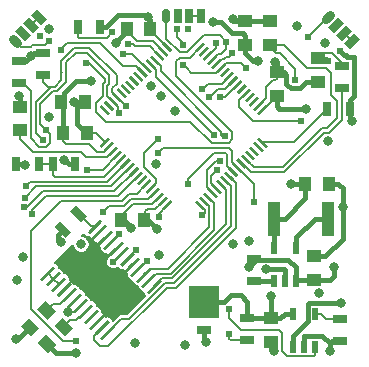
<source format=gbr>
G04 #@! TF.FileFunction,Copper,L4,Bot,Signal*
%FSLAX46Y46*%
G04 Gerber Fmt 4.6, Leading zero omitted, Abs format (unit mm)*
G04 Created by KiCad (PCBNEW (2014-12-04 BZR 5312)-product) date St 22. apríl 2015, 11:14:28 CEST*
%MOMM*%
G01*
G04 APERTURE LIST*
%ADD10C,0.100000*%
%ADD11R,1.300000X0.700000*%
%ADD12R,0.700000X1.300000*%
%ADD13R,0.500000X1.000000*%
%ADD14R,1.000000X3.000000*%
%ADD15R,1.250000X1.000000*%
%ADD16R,1.000000X1.250000*%
%ADD17C,0.250000*%
%ADD18C,0.720000*%
%ADD19O,0.720000X1.200000*%
%ADD20R,0.720000X1.200000*%
%ADD21R,2.540000X2.670000*%
%ADD22R,1.270000X0.762000*%
%ADD23C,0.609600*%
%ADD24C,0.812800*%
%ADD25C,0.203200*%
%ADD26C,0.406400*%
G04 APERTURE END LIST*
D10*
G36*
X233644101Y-76584023D02*
X233467324Y-76760800D01*
X232760217Y-76053693D01*
X232936994Y-75876916D01*
X233644101Y-76584023D01*
X233644101Y-76584023D01*
G37*
G36*
X233290548Y-76937577D02*
X233113771Y-77114354D01*
X232406664Y-76407247D01*
X232583441Y-76230470D01*
X233290548Y-76937577D01*
X233290548Y-76937577D01*
G37*
G36*
X232936994Y-77291130D02*
X232760217Y-77467907D01*
X232053110Y-76760800D01*
X232229887Y-76584023D01*
X232936994Y-77291130D01*
X232936994Y-77291130D01*
G37*
G36*
X232583441Y-77644683D02*
X232406664Y-77821460D01*
X231699557Y-77114353D01*
X231876334Y-76937576D01*
X232583441Y-77644683D01*
X232583441Y-77644683D01*
G37*
G36*
X232229888Y-77998237D02*
X232053111Y-78175014D01*
X231346004Y-77467907D01*
X231522781Y-77291130D01*
X232229888Y-77998237D01*
X232229888Y-77998237D01*
G37*
G36*
X231876334Y-78351790D02*
X231699557Y-78528567D01*
X230992450Y-77821460D01*
X231169227Y-77644683D01*
X231876334Y-78351790D01*
X231876334Y-78351790D01*
G37*
G36*
X231522781Y-78705344D02*
X231346004Y-78882121D01*
X230638897Y-78175014D01*
X230815674Y-77998237D01*
X231522781Y-78705344D01*
X231522781Y-78705344D01*
G37*
G36*
X231169227Y-79058897D02*
X230992450Y-79235674D01*
X230285343Y-78528567D01*
X230462120Y-78351790D01*
X231169227Y-79058897D01*
X231169227Y-79058897D01*
G37*
G36*
X230815674Y-79412450D02*
X230638897Y-79589227D01*
X229931790Y-78882120D01*
X230108567Y-78705343D01*
X230815674Y-79412450D01*
X230815674Y-79412450D01*
G37*
G36*
X230462121Y-79766004D02*
X230285344Y-79942781D01*
X229578237Y-79235674D01*
X229755014Y-79058897D01*
X230462121Y-79766004D01*
X230462121Y-79766004D01*
G37*
G36*
X230108567Y-80119557D02*
X229931790Y-80296334D01*
X229224683Y-79589227D01*
X229401460Y-79412450D01*
X230108567Y-80119557D01*
X230108567Y-80119557D01*
G37*
G36*
X229755014Y-80473111D02*
X229578237Y-80649888D01*
X228871130Y-79942781D01*
X229047907Y-79766004D01*
X229755014Y-80473111D01*
X229755014Y-80473111D01*
G37*
G36*
X229401460Y-80826664D02*
X229224683Y-81003441D01*
X228517576Y-80296334D01*
X228694353Y-80119557D01*
X229401460Y-80826664D01*
X229401460Y-80826664D01*
G37*
G36*
X229047907Y-81180217D02*
X228871130Y-81356994D01*
X228164023Y-80649887D01*
X228340800Y-80473110D01*
X229047907Y-81180217D01*
X229047907Y-81180217D01*
G37*
G36*
X228694354Y-81533771D02*
X228517577Y-81710548D01*
X227810470Y-81003441D01*
X227987247Y-80826664D01*
X228694354Y-81533771D01*
X228694354Y-81533771D01*
G37*
G36*
X228340800Y-81887324D02*
X228164023Y-82064101D01*
X227456916Y-81356994D01*
X227633693Y-81180217D01*
X228340800Y-81887324D01*
X228340800Y-81887324D01*
G37*
G36*
X224875977Y-82064101D02*
X224699200Y-81887324D01*
X225406307Y-81180217D01*
X225583084Y-81356994D01*
X224875977Y-82064101D01*
X224875977Y-82064101D01*
G37*
G36*
X224522423Y-81710548D02*
X224345646Y-81533771D01*
X225052753Y-80826664D01*
X225229530Y-81003441D01*
X224522423Y-81710548D01*
X224522423Y-81710548D01*
G37*
G36*
X224168870Y-81356994D02*
X223992093Y-81180217D01*
X224699200Y-80473110D01*
X224875977Y-80649887D01*
X224168870Y-81356994D01*
X224168870Y-81356994D01*
G37*
G36*
X223815317Y-81003441D02*
X223638540Y-80826664D01*
X224345647Y-80119557D01*
X224522424Y-80296334D01*
X223815317Y-81003441D01*
X223815317Y-81003441D01*
G37*
G36*
X223461763Y-80649888D02*
X223284986Y-80473111D01*
X223992093Y-79766004D01*
X224168870Y-79942781D01*
X223461763Y-80649888D01*
X223461763Y-80649888D01*
G37*
G36*
X223108210Y-80296334D02*
X222931433Y-80119557D01*
X223638540Y-79412450D01*
X223815317Y-79589227D01*
X223108210Y-80296334D01*
X223108210Y-80296334D01*
G37*
G36*
X222754656Y-79942781D02*
X222577879Y-79766004D01*
X223284986Y-79058897D01*
X223461763Y-79235674D01*
X222754656Y-79942781D01*
X222754656Y-79942781D01*
G37*
G36*
X222401103Y-79589227D02*
X222224326Y-79412450D01*
X222931433Y-78705343D01*
X223108210Y-78882120D01*
X222401103Y-79589227D01*
X222401103Y-79589227D01*
G37*
G36*
X222047550Y-79235674D02*
X221870773Y-79058897D01*
X222577880Y-78351790D01*
X222754657Y-78528567D01*
X222047550Y-79235674D01*
X222047550Y-79235674D01*
G37*
G36*
X221693996Y-78882121D02*
X221517219Y-78705344D01*
X222224326Y-77998237D01*
X222401103Y-78175014D01*
X221693996Y-78882121D01*
X221693996Y-78882121D01*
G37*
G36*
X221340443Y-78528567D02*
X221163666Y-78351790D01*
X221870773Y-77644683D01*
X222047550Y-77821460D01*
X221340443Y-78528567D01*
X221340443Y-78528567D01*
G37*
G36*
X220986889Y-78175014D02*
X220810112Y-77998237D01*
X221517219Y-77291130D01*
X221693996Y-77467907D01*
X220986889Y-78175014D01*
X220986889Y-78175014D01*
G37*
G36*
X220633336Y-77821460D02*
X220456559Y-77644683D01*
X221163666Y-76937576D01*
X221340443Y-77114353D01*
X220633336Y-77821460D01*
X220633336Y-77821460D01*
G37*
G36*
X220279783Y-77467907D02*
X220103006Y-77291130D01*
X220810113Y-76584023D01*
X220986890Y-76760800D01*
X220279783Y-77467907D01*
X220279783Y-77467907D01*
G37*
G36*
X219926229Y-77114354D02*
X219749452Y-76937577D01*
X220456559Y-76230470D01*
X220633336Y-76407247D01*
X219926229Y-77114354D01*
X219926229Y-77114354D01*
G37*
G36*
X219572676Y-76760800D02*
X219395899Y-76584023D01*
X220103006Y-75876916D01*
X220279783Y-76053693D01*
X219572676Y-76760800D01*
X219572676Y-76760800D01*
G37*
G36*
X220279783Y-73826307D02*
X220103006Y-74003084D01*
X219395899Y-73295977D01*
X219572676Y-73119200D01*
X220279783Y-73826307D01*
X220279783Y-73826307D01*
G37*
G36*
X220633336Y-73472753D02*
X220456559Y-73649530D01*
X219749452Y-72942423D01*
X219926229Y-72765646D01*
X220633336Y-73472753D01*
X220633336Y-73472753D01*
G37*
G36*
X220986890Y-73119200D02*
X220810113Y-73295977D01*
X220103006Y-72588870D01*
X220279783Y-72412093D01*
X220986890Y-73119200D01*
X220986890Y-73119200D01*
G37*
G36*
X221340443Y-72765647D02*
X221163666Y-72942424D01*
X220456559Y-72235317D01*
X220633336Y-72058540D01*
X221340443Y-72765647D01*
X221340443Y-72765647D01*
G37*
G36*
X221693996Y-72412093D02*
X221517219Y-72588870D01*
X220810112Y-71881763D01*
X220986889Y-71704986D01*
X221693996Y-72412093D01*
X221693996Y-72412093D01*
G37*
G36*
X222047550Y-72058540D02*
X221870773Y-72235317D01*
X221163666Y-71528210D01*
X221340443Y-71351433D01*
X222047550Y-72058540D01*
X222047550Y-72058540D01*
G37*
G36*
X222401103Y-71704986D02*
X222224326Y-71881763D01*
X221517219Y-71174656D01*
X221693996Y-70997879D01*
X222401103Y-71704986D01*
X222401103Y-71704986D01*
G37*
G36*
X222754657Y-71351433D02*
X222577880Y-71528210D01*
X221870773Y-70821103D01*
X222047550Y-70644326D01*
X222754657Y-71351433D01*
X222754657Y-71351433D01*
G37*
G36*
X223108210Y-70997880D02*
X222931433Y-71174657D01*
X222224326Y-70467550D01*
X222401103Y-70290773D01*
X223108210Y-70997880D01*
X223108210Y-70997880D01*
G37*
G36*
X223461763Y-70644326D02*
X223284986Y-70821103D01*
X222577879Y-70113996D01*
X222754656Y-69937219D01*
X223461763Y-70644326D01*
X223461763Y-70644326D01*
G37*
G36*
X223815317Y-70290773D02*
X223638540Y-70467550D01*
X222931433Y-69760443D01*
X223108210Y-69583666D01*
X223815317Y-70290773D01*
X223815317Y-70290773D01*
G37*
G36*
X224168870Y-69937219D02*
X223992093Y-70113996D01*
X223284986Y-69406889D01*
X223461763Y-69230112D01*
X224168870Y-69937219D01*
X224168870Y-69937219D01*
G37*
G36*
X224522424Y-69583666D02*
X224345647Y-69760443D01*
X223638540Y-69053336D01*
X223815317Y-68876559D01*
X224522424Y-69583666D01*
X224522424Y-69583666D01*
G37*
G36*
X224875977Y-69230113D02*
X224699200Y-69406890D01*
X223992093Y-68699783D01*
X224168870Y-68523006D01*
X224875977Y-69230113D01*
X224875977Y-69230113D01*
G37*
G36*
X225229530Y-68876559D02*
X225052753Y-69053336D01*
X224345646Y-68346229D01*
X224522423Y-68169452D01*
X225229530Y-68876559D01*
X225229530Y-68876559D01*
G37*
G36*
X225583084Y-68523006D02*
X225406307Y-68699783D01*
X224699200Y-67992676D01*
X224875977Y-67815899D01*
X225583084Y-68523006D01*
X225583084Y-68523006D01*
G37*
G36*
X227633693Y-68699783D02*
X227456916Y-68523006D01*
X228164023Y-67815899D01*
X228340800Y-67992676D01*
X227633693Y-68699783D01*
X227633693Y-68699783D01*
G37*
G36*
X227987247Y-69053336D02*
X227810470Y-68876559D01*
X228517577Y-68169452D01*
X228694354Y-68346229D01*
X227987247Y-69053336D01*
X227987247Y-69053336D01*
G37*
G36*
X228340800Y-69406890D02*
X228164023Y-69230113D01*
X228871130Y-68523006D01*
X229047907Y-68699783D01*
X228340800Y-69406890D01*
X228340800Y-69406890D01*
G37*
G36*
X228694353Y-69760443D02*
X228517576Y-69583666D01*
X229224683Y-68876559D01*
X229401460Y-69053336D01*
X228694353Y-69760443D01*
X228694353Y-69760443D01*
G37*
G36*
X229047907Y-70113996D02*
X228871130Y-69937219D01*
X229578237Y-69230112D01*
X229755014Y-69406889D01*
X229047907Y-70113996D01*
X229047907Y-70113996D01*
G37*
G36*
X229401460Y-70467550D02*
X229224683Y-70290773D01*
X229931790Y-69583666D01*
X230108567Y-69760443D01*
X229401460Y-70467550D01*
X229401460Y-70467550D01*
G37*
G36*
X229755014Y-70821103D02*
X229578237Y-70644326D01*
X230285344Y-69937219D01*
X230462121Y-70113996D01*
X229755014Y-70821103D01*
X229755014Y-70821103D01*
G37*
G36*
X230108567Y-71174657D02*
X229931790Y-70997880D01*
X230638897Y-70290773D01*
X230815674Y-70467550D01*
X230108567Y-71174657D01*
X230108567Y-71174657D01*
G37*
G36*
X230462120Y-71528210D02*
X230285343Y-71351433D01*
X230992450Y-70644326D01*
X231169227Y-70821103D01*
X230462120Y-71528210D01*
X230462120Y-71528210D01*
G37*
G36*
X230815674Y-71881763D02*
X230638897Y-71704986D01*
X231346004Y-70997879D01*
X231522781Y-71174656D01*
X230815674Y-71881763D01*
X230815674Y-71881763D01*
G37*
G36*
X231169227Y-72235317D02*
X230992450Y-72058540D01*
X231699557Y-71351433D01*
X231876334Y-71528210D01*
X231169227Y-72235317D01*
X231169227Y-72235317D01*
G37*
G36*
X231522781Y-72588870D02*
X231346004Y-72412093D01*
X232053111Y-71704986D01*
X232229888Y-71881763D01*
X231522781Y-72588870D01*
X231522781Y-72588870D01*
G37*
G36*
X231876334Y-72942424D02*
X231699557Y-72765647D01*
X232406664Y-72058540D01*
X232583441Y-72235317D01*
X231876334Y-72942424D01*
X231876334Y-72942424D01*
G37*
G36*
X232229887Y-73295977D02*
X232053110Y-73119200D01*
X232760217Y-72412093D01*
X232936994Y-72588870D01*
X232229887Y-73295977D01*
X232229887Y-73295977D01*
G37*
G36*
X232583441Y-73649530D02*
X232406664Y-73472753D01*
X233113771Y-72765646D01*
X233290548Y-72942423D01*
X232583441Y-73649530D01*
X232583441Y-73649530D01*
G37*
G36*
X232936994Y-74003084D02*
X232760217Y-73826307D01*
X233467324Y-73119200D01*
X233644101Y-73295977D01*
X232936994Y-74003084D01*
X232936994Y-74003084D01*
G37*
D11*
X239928400Y-71714400D03*
X239928400Y-69814400D03*
D12*
X238699000Y-73456800D03*
X240599000Y-73456800D03*
D11*
X232460800Y-88072000D03*
X232460800Y-86172000D03*
X212615780Y-69418160D03*
X212615780Y-71318160D03*
X214617300Y-68727280D03*
X214617300Y-70627280D03*
D12*
X214233800Y-78181200D03*
X212333800Y-78181200D03*
D11*
X231927400Y-91175800D03*
X231927400Y-93075800D03*
D12*
X217332600Y-78181200D03*
X215432600Y-78181200D03*
X217540800Y-66522600D03*
X219440800Y-66522600D03*
D10*
G36*
X217426419Y-81653742D02*
X218345658Y-82572981D01*
X217850683Y-83067956D01*
X216931444Y-82148717D01*
X217426419Y-81653742D01*
X217426419Y-81653742D01*
G37*
G36*
X216082917Y-82997244D02*
X217002156Y-83916483D01*
X216507181Y-84411458D01*
X215587942Y-83492219D01*
X216082917Y-82997244D01*
X216082917Y-82997244D01*
G37*
D13*
X237678000Y-93602000D03*
X236728000Y-93602000D03*
X235778000Y-93602000D03*
X237678000Y-90802000D03*
X235778000Y-90802000D03*
D14*
X238774000Y-82804000D03*
X234174000Y-82804000D03*
D11*
X239776000Y-93152000D03*
X239776000Y-91252000D03*
D13*
X236052400Y-88064800D03*
X235102400Y-88064800D03*
X234152400Y-88064800D03*
X236052400Y-85264800D03*
X234152400Y-85264800D03*
D15*
X233832400Y-68056000D03*
X233832400Y-66056000D03*
X237896400Y-69180200D03*
X237896400Y-71180200D03*
X237591600Y-87969600D03*
X237591600Y-85969600D03*
X233934000Y-91202000D03*
X233934000Y-93202000D03*
D16*
X236794800Y-79806800D03*
X238794800Y-79806800D03*
D15*
X234391200Y-72348600D03*
X234391200Y-70348600D03*
D16*
X223707200Y-66751200D03*
X221707200Y-66751200D03*
X221199200Y-82854800D03*
X223199200Y-82854800D03*
X218322400Y-75539600D03*
X216322400Y-75539600D03*
D15*
X231749600Y-68056000D03*
X231749600Y-66056000D03*
D16*
X218170000Y-72923400D03*
X216170000Y-72923400D03*
D15*
X212648800Y-73295000D03*
X212648800Y-75295000D03*
D10*
G36*
X216264719Y-91156598D02*
X217148602Y-92040481D01*
X216441495Y-92747588D01*
X215557612Y-91863705D01*
X216264719Y-91156598D01*
X216264719Y-91156598D01*
G37*
G36*
X214850505Y-92570812D02*
X215734388Y-93454695D01*
X215027281Y-94161802D01*
X214143398Y-93277919D01*
X214850505Y-92570812D01*
X214850505Y-92570812D01*
G37*
G36*
X213604881Y-92739402D02*
X212720998Y-91855519D01*
X213428105Y-91148412D01*
X214311988Y-92032295D01*
X213604881Y-92739402D01*
X213604881Y-92739402D01*
G37*
G36*
X215019095Y-91325188D02*
X214135212Y-90441305D01*
X214842319Y-89734198D01*
X215726202Y-90618081D01*
X215019095Y-91325188D01*
X215019095Y-91325188D01*
G37*
D17*
X219431611Y-82972575D02*
X218512373Y-83891813D01*
D10*
G36*
X218795216Y-84351433D02*
X219891231Y-83255418D01*
X220068008Y-83432195D01*
X218971993Y-84528210D01*
X218795216Y-84351433D01*
X218795216Y-84351433D01*
G37*
G36*
X219254835Y-84811052D02*
X220350850Y-83715037D01*
X220527627Y-83891814D01*
X219431612Y-84987829D01*
X219254835Y-84811052D01*
X219254835Y-84811052D01*
G37*
G36*
X219714454Y-85270671D02*
X220810469Y-84174656D01*
X220987246Y-84351433D01*
X219891231Y-85447448D01*
X219714454Y-85270671D01*
X219714454Y-85270671D01*
G37*
G36*
X220174074Y-85730291D02*
X221270089Y-84634276D01*
X221446866Y-84811053D01*
X220350851Y-85907068D01*
X220174074Y-85730291D01*
X220174074Y-85730291D01*
G37*
G36*
X220633693Y-86189910D02*
X221729708Y-85093895D01*
X221906485Y-85270672D01*
X220810470Y-86366687D01*
X220633693Y-86189910D01*
X220633693Y-86189910D01*
G37*
G36*
X221093313Y-86649530D02*
X222189328Y-85553515D01*
X222366105Y-85730292D01*
X221270090Y-86826307D01*
X221093313Y-86649530D01*
X221093313Y-86649530D01*
G37*
G36*
X221552932Y-87109149D02*
X222648947Y-86013134D01*
X222825724Y-86189911D01*
X221729709Y-87285926D01*
X221552932Y-87109149D01*
X221552932Y-87109149D01*
G37*
G36*
X222012552Y-87568769D02*
X223108567Y-86472754D01*
X223285344Y-86649531D01*
X222189329Y-87745546D01*
X222012552Y-87568769D01*
X222012552Y-87568769D01*
G37*
G36*
X222472171Y-88028388D02*
X223568186Y-86932373D01*
X223744963Y-87109150D01*
X222648948Y-88205165D01*
X222472171Y-88028388D01*
X222472171Y-88028388D01*
G37*
G36*
X222931790Y-88488007D02*
X224027805Y-87391992D01*
X224204582Y-87568769D01*
X223108567Y-88664784D01*
X222931790Y-88488007D01*
X222931790Y-88488007D01*
G37*
G36*
X223391410Y-88947627D02*
X224487425Y-87851612D01*
X224664202Y-88028389D01*
X223568187Y-89124404D01*
X223391410Y-88947627D01*
X223391410Y-88947627D01*
G37*
G36*
X219431612Y-92907425D02*
X220527627Y-91811410D01*
X220704404Y-91988187D01*
X219608389Y-93084202D01*
X219431612Y-92907425D01*
X219431612Y-92907425D01*
G37*
G36*
X218971992Y-92447805D02*
X220068007Y-91351790D01*
X220244784Y-91528567D01*
X219148769Y-92624582D01*
X218971992Y-92447805D01*
X218971992Y-92447805D01*
G37*
G36*
X218512373Y-91988186D02*
X219608388Y-90892171D01*
X219785165Y-91068948D01*
X218689150Y-92164963D01*
X218512373Y-91988186D01*
X218512373Y-91988186D01*
G37*
G36*
X218052754Y-91528567D02*
X219148769Y-90432552D01*
X219325546Y-90609329D01*
X218229531Y-91705344D01*
X218052754Y-91528567D01*
X218052754Y-91528567D01*
G37*
G36*
X217593134Y-91068947D02*
X218689149Y-89972932D01*
X218865926Y-90149709D01*
X217769911Y-91245724D01*
X217593134Y-91068947D01*
X217593134Y-91068947D01*
G37*
G36*
X217133515Y-90609328D02*
X218229530Y-89513313D01*
X218406307Y-89690090D01*
X217310292Y-90786105D01*
X217133515Y-90609328D01*
X217133515Y-90609328D01*
G37*
G36*
X216673895Y-90149708D02*
X217769910Y-89053693D01*
X217946687Y-89230470D01*
X216850672Y-90326485D01*
X216673895Y-90149708D01*
X216673895Y-90149708D01*
G37*
G36*
X216214276Y-89690089D02*
X217310291Y-88594074D01*
X217487068Y-88770851D01*
X216391053Y-89866866D01*
X216214276Y-89690089D01*
X216214276Y-89690089D01*
G37*
G36*
X215754656Y-89230469D02*
X216850671Y-88134454D01*
X217027448Y-88311231D01*
X215931433Y-89407246D01*
X215754656Y-89230469D01*
X215754656Y-89230469D01*
G37*
G36*
X215295037Y-88770850D02*
X216391052Y-87674835D01*
X216567829Y-87851612D01*
X215471814Y-88947627D01*
X215295037Y-88770850D01*
X215295037Y-88770850D01*
G37*
G36*
X214835418Y-88311231D02*
X215931433Y-87215216D01*
X216108210Y-87391993D01*
X215012195Y-88488008D01*
X214835418Y-88311231D01*
X214835418Y-88311231D01*
G37*
G36*
X214375798Y-87851611D02*
X215471813Y-86755596D01*
X215648590Y-86932373D01*
X214552575Y-88028388D01*
X214375798Y-87851611D01*
X214375798Y-87851611D01*
G37*
G36*
X217511817Y-87628873D02*
X219208873Y-85931817D01*
X221528183Y-88251127D01*
X219831127Y-89948183D01*
X217511817Y-87628873D01*
X217511817Y-87628873D01*
G37*
D18*
X212417868Y-67901443D02*
X212078456Y-67562031D01*
D10*
G36*
X213612879Y-67215549D02*
X213103762Y-67724666D01*
X212255233Y-66876137D01*
X212764350Y-66367020D01*
X213612879Y-67215549D01*
X213612879Y-67215549D01*
G37*
G36*
X214298772Y-66529655D02*
X213789655Y-67038772D01*
X212941126Y-66190243D01*
X213450243Y-65681126D01*
X214298772Y-66529655D01*
X214298772Y-66529655D01*
G37*
G36*
X214984666Y-65843762D02*
X214475549Y-66352879D01*
X213627020Y-65504350D01*
X214136137Y-64995233D01*
X214984666Y-65843762D01*
X214984666Y-65843762D01*
G37*
D19*
X225059800Y-65585800D03*
D20*
X226029800Y-65585800D03*
X226999800Y-65585800D03*
X227969800Y-65585800D03*
D18*
X238565357Y-65853268D02*
X238904769Y-65513856D01*
D10*
G36*
X239251251Y-67048279D02*
X238742134Y-66539162D01*
X239590663Y-65690633D01*
X240099780Y-66199750D01*
X239251251Y-67048279D01*
X239251251Y-67048279D01*
G37*
G36*
X239937145Y-67734172D02*
X239428028Y-67225055D01*
X240276557Y-66376526D01*
X240785674Y-66885643D01*
X239937145Y-67734172D01*
X239937145Y-67734172D01*
G37*
G36*
X240623038Y-68420066D02*
X240113921Y-67910949D01*
X240962450Y-67062420D01*
X241471567Y-67571537D01*
X240623038Y-68420066D01*
X240623038Y-68420066D01*
G37*
D21*
X228277420Y-89822540D03*
D22*
X228277420Y-92173540D03*
D23*
X235940600Y-70993000D03*
X214397910Y-67329277D03*
D24*
X220810004Y-67891530D03*
X234247571Y-69491206D03*
D23*
X226872800Y-66751200D03*
D24*
X238480600Y-67868800D03*
X230708200Y-65887600D03*
X218719400Y-71120000D03*
X216392202Y-77800220D03*
X224231200Y-83616800D03*
X225757212Y-73662012D03*
X217680398Y-88087200D03*
X220252495Y-89865197D03*
X219899602Y-87940000D03*
X212344000Y-92964000D03*
X224154379Y-78107739D03*
X212598000Y-72390000D03*
D23*
X229362000Y-78638400D03*
D24*
X237998000Y-89079202D03*
X234152591Y-93980000D03*
X238887000Y-93980000D03*
X233531517Y-87045810D03*
X232091463Y-84644463D03*
X226618800Y-93497400D03*
X238741150Y-76212684D03*
X240030000Y-81762600D03*
X212435440Y-87985600D03*
D23*
X224356779Y-77216019D03*
X232436801Y-81356140D03*
D24*
X217279602Y-72923400D03*
X222389700Y-93291660D03*
D23*
X239801400Y-68581798D03*
D24*
X215163400Y-74193400D03*
X222091472Y-83527693D03*
X224409000Y-85877400D03*
X236093000Y-66446400D03*
X229031800Y-66116200D03*
X223494600Y-65709800D03*
X215143581Y-66679617D03*
X213588600Y-68986400D03*
D23*
X229559133Y-77849866D03*
D24*
X235585000Y-79832200D03*
X240741200Y-74523600D03*
X236880400Y-73456800D03*
X232816400Y-69392800D03*
X230678520Y-84907920D03*
X223732442Y-71546691D03*
X213080600Y-78206600D03*
X212928190Y-86055200D03*
X217406220Y-94183200D03*
X216128600Y-84785200D03*
X216763600Y-90678000D03*
X224566499Y-72359501D03*
X232049309Y-86837509D03*
X239268000Y-86842600D03*
X233934000Y-89281000D03*
X228447600Y-93190060D03*
D23*
X218338400Y-78612970D03*
X230047005Y-75768887D03*
X229108000Y-75692000D03*
X214579200Y-76073000D03*
X221615000Y-73228200D03*
X224385512Y-75996779D03*
X214833200Y-75234800D03*
X221053921Y-73843259D03*
X226923600Y-79832200D03*
X224409000Y-82600800D03*
X217449400Y-93091000D03*
X220497400Y-67005200D03*
X225922612Y-66725800D03*
X226491800Y-68072000D03*
X231775000Y-70002400D03*
X226466400Y-69748380D03*
X230627598Y-68739826D03*
X237032800Y-67360800D03*
X228117400Y-71831200D03*
X228679372Y-72494634D03*
X229590600Y-72466200D03*
X236499400Y-74523600D03*
X221056200Y-84048600D03*
X238785400Y-69392800D03*
X230378000Y-92514422D03*
X230352600Y-90449400D03*
X228066600Y-82499200D03*
X219710000Y-82169010D03*
X213672599Y-82376910D03*
X213013062Y-81811739D03*
X213054418Y-80999990D03*
X213200067Y-79992208D03*
X216121771Y-68471571D03*
X221411800Y-68808600D03*
X221818200Y-67995800D03*
X218236770Y-69621400D03*
X223393000Y-86360000D03*
D24*
X217855796Y-84949906D03*
D23*
X222478600Y-85445600D03*
X220548200Y-86461600D03*
D24*
X239852200Y-89916000D03*
D23*
X215112600Y-67716400D03*
X229285800Y-67868800D03*
X230139792Y-67835504D03*
D25*
X233832400Y-68056000D02*
X234061000Y-68284600D01*
X234061000Y-68284600D02*
X234061000Y-68529200D01*
X234061000Y-68529200D02*
X234315000Y-68783200D01*
X234645200Y-68783200D02*
X235940600Y-70078600D01*
X234315000Y-68783200D02*
X234645200Y-68783200D01*
X235940600Y-70078600D02*
X235940600Y-70561948D01*
X235940600Y-70561948D02*
X235940600Y-70993000D01*
X239521990Y-72822215D02*
X239521990Y-74256621D01*
X236966599Y-69986999D02*
X238552357Y-69986999D01*
X238973599Y-70408241D02*
X238973599Y-72273824D01*
X238552357Y-69986999D02*
X238973599Y-70408241D01*
X238973599Y-72273824D02*
X239521990Y-72822215D01*
X233832400Y-68056000D02*
X235035600Y-68056000D01*
X235035600Y-68056000D02*
X236966599Y-69986999D01*
X234891316Y-78435190D02*
X232490064Y-78435190D01*
X238683538Y-75095073D02*
X238231433Y-75095073D01*
X231912945Y-77858071D02*
X231787946Y-77733072D01*
X239521990Y-74256621D02*
X238683538Y-75095073D01*
X238231433Y-75095073D02*
X234891316Y-78435190D01*
X232490064Y-78435190D02*
X231912945Y-77858071D01*
X234045000Y-68056000D02*
X233832400Y-68056000D01*
D26*
X220810004Y-67773396D02*
X220810004Y-67891530D01*
X221707200Y-66876200D02*
X220810004Y-67773396D01*
X234391200Y-70348600D02*
X234391200Y-69634835D01*
X234391200Y-69634835D02*
X234247571Y-69491206D01*
X235229399Y-70586601D02*
X234991398Y-70348600D01*
X234991398Y-70348600D02*
X234391200Y-70348600D01*
X237896400Y-71180200D02*
X236865000Y-71180200D01*
X236865000Y-71180200D02*
X236340999Y-71704201D01*
X236340999Y-71704201D02*
X235599223Y-71704201D01*
X235599223Y-71704201D02*
X235229399Y-71334377D01*
X235229399Y-71334377D02*
X235229399Y-70586601D01*
X240030000Y-81762600D02*
X240030000Y-84455000D01*
X240030000Y-84455000D02*
X238515400Y-85969600D01*
X238515400Y-85969600D02*
X237591600Y-85969600D01*
X231749600Y-66056000D02*
X230876600Y-66056000D01*
X230876600Y-66056000D02*
X230708200Y-65887600D01*
X233832400Y-66056000D02*
X231749600Y-66056000D01*
X216322400Y-72923400D02*
X216322400Y-72798400D01*
X216322400Y-72798400D02*
X216357200Y-72763600D01*
X216357200Y-72763600D02*
X216357200Y-72173714D01*
X216357200Y-72173714D02*
X217410914Y-71120000D01*
X217410914Y-71120000D02*
X218719400Y-71120000D01*
X223199200Y-82854800D02*
X223469200Y-82854800D01*
X223469200Y-82854800D02*
X224231200Y-83616800D01*
D25*
X224662589Y-81406589D02*
X224129600Y-81939578D01*
X224662589Y-81393605D02*
X224662589Y-81406589D01*
X224129600Y-81939578D02*
X223470022Y-81939578D01*
X223470022Y-81939578D02*
X223275400Y-82134200D01*
X223275400Y-82134200D02*
X223275400Y-82473800D01*
D26*
X219520000Y-87940000D02*
X217726771Y-86146771D01*
X217680398Y-85798783D02*
X217726771Y-85752410D01*
X217680398Y-88087200D02*
X217680398Y-85798783D01*
X217726771Y-86146771D02*
X217726771Y-85752410D01*
X220252495Y-89865197D02*
X221945203Y-89865197D01*
X221945203Y-89865197D02*
X222554800Y-89255600D01*
X219520000Y-87940000D02*
X219520000Y-89132702D01*
X219520000Y-89132702D02*
X220252495Y-89865197D01*
X219520000Y-87940000D02*
X219899602Y-87940000D01*
X212496400Y-92964000D02*
X212344000Y-92964000D01*
X213516493Y-91943907D02*
X212496400Y-92964000D01*
X212648800Y-73295000D02*
X212648800Y-72440800D01*
X212648800Y-72440800D02*
X212598000Y-72390000D01*
X217332600Y-78181200D02*
X216773182Y-78181200D01*
X216773182Y-78181200D02*
X216392202Y-77800220D01*
D25*
X220472000Y-90205336D02*
X220088280Y-90205336D01*
X220088280Y-90205336D02*
X219520000Y-89637056D01*
X219520000Y-89637056D02*
X219520000Y-87940000D01*
X219148769Y-91528567D02*
X220472000Y-90205336D01*
X219431612Y-83891814D02*
X218567000Y-84756426D01*
X218567000Y-84756426D02*
X218567000Y-85421664D01*
X218567000Y-85421664D02*
X218694000Y-85548664D01*
X218694000Y-85548664D02*
X219891231Y-84351433D01*
X220810470Y-85270672D02*
X219520000Y-86561142D01*
X219520000Y-86561142D02*
X219520000Y-87940000D01*
X222189328Y-86649530D02*
X221361000Y-87477858D01*
X221361000Y-87477858D02*
X221361000Y-87796056D01*
X221361000Y-87796056D02*
X221217056Y-87940000D01*
X221217056Y-87940000D02*
X219520000Y-87940000D01*
X216391052Y-88770850D02*
X217277902Y-87884000D01*
X228879400Y-79781400D02*
X228879400Y-79121000D01*
X228879400Y-79121000D02*
X229362000Y-78638400D01*
X229180947Y-80082947D02*
X228879400Y-79781400D01*
X229313072Y-80207946D02*
X229188073Y-80082947D01*
X229188073Y-80082947D02*
X229180947Y-80082947D01*
X234289600Y-71018400D02*
X234391200Y-70916800D01*
X234391200Y-70916800D02*
X234391200Y-70348600D01*
X234047758Y-71018400D02*
X234289600Y-71018400D01*
X232973605Y-73070995D02*
X233461399Y-72583201D01*
X233461399Y-71604759D02*
X234047758Y-71018400D01*
X233461399Y-72583201D02*
X233461399Y-71604759D01*
X232848606Y-73207588D02*
X232973605Y-73082589D01*
X232973605Y-73082589D02*
X232973605Y-73070995D01*
X224662589Y-81393605D02*
X224650995Y-81393605D01*
X224787588Y-81268606D02*
X224662589Y-81393605D01*
D26*
X216322400Y-72923400D02*
X216322400Y-75539600D01*
X233934000Y-93761409D02*
X234152591Y-93980000D01*
X233934000Y-93202000D02*
X233934000Y-93761409D01*
X238887000Y-93329478D02*
X238887000Y-93980000D01*
X238253121Y-92695599D02*
X238887000Y-93329478D01*
X236728001Y-92695599D02*
X238253121Y-92695599D01*
X236728000Y-93602000D02*
X236728001Y-92695599D01*
X239064478Y-93152000D02*
X238887000Y-93329478D01*
X239776000Y-93152000D02*
X239064478Y-93152000D01*
X234989810Y-87045810D02*
X233531517Y-87045810D01*
X235102400Y-87158400D02*
X234989810Y-87045810D01*
X235102400Y-88064800D02*
X235102400Y-87158400D01*
D25*
X221707200Y-66876200D02*
X221707200Y-66751200D01*
X222547400Y-67716400D02*
X221707200Y-66876200D01*
X223892594Y-67716400D02*
X222547400Y-67716400D01*
X224787588Y-68611394D02*
X223892594Y-67716400D01*
D26*
X240030000Y-81187864D02*
X240030000Y-81762600D01*
X240030000Y-80213200D02*
X240030000Y-81187864D01*
X239623600Y-79806800D02*
X240030000Y-80213200D01*
X238794800Y-79806800D02*
X239623600Y-79806800D01*
D25*
X220066395Y-76797411D02*
X220191394Y-76672412D01*
X220066395Y-76808805D02*
X220066395Y-76797411D01*
X219151200Y-77114400D02*
X219760800Y-77114400D01*
X216575801Y-76469401D02*
X218506201Y-76469401D01*
X218506201Y-76469401D02*
X219151200Y-77114400D01*
X216322400Y-76216000D02*
X216575801Y-76469401D01*
X219760800Y-77114400D02*
X220066395Y-76808805D01*
X216322400Y-75539600D02*
X216322400Y-76216000D01*
X231080839Y-78440179D02*
X230632000Y-77991340D01*
X230632000Y-77991340D02*
X230632000Y-77038200D01*
X230632000Y-77038200D02*
X230403391Y-76809591D01*
X224661578Y-76911220D02*
X224356779Y-77216019D01*
X230403391Y-76809591D02*
X224763207Y-76809591D01*
X224763207Y-76809591D02*
X224661578Y-76911220D01*
X232436801Y-79796141D02*
X232436801Y-81356140D01*
X231080839Y-78440179D02*
X232436801Y-79796141D01*
D26*
X218170000Y-72923400D02*
X217279602Y-72923400D01*
X218322400Y-75539600D02*
X217525600Y-74742800D01*
X217525600Y-74742800D02*
X217525600Y-73169398D01*
X217525600Y-73169398D02*
X217279602Y-72923400D01*
X240245124Y-68877927D02*
X240097529Y-68877927D01*
X240097529Y-68877927D02*
X239801400Y-68581798D01*
X221685073Y-83121294D02*
X222091472Y-83527693D01*
X221418579Y-82854800D02*
X221685073Y-83121294D01*
X221199200Y-82854800D02*
X221418579Y-82854800D01*
X240766600Y-72593200D02*
X240599000Y-72760800D01*
X240599000Y-72760800D02*
X240599000Y-73456800D01*
X240781122Y-72593200D02*
X240766600Y-72593200D01*
X240984801Y-69139279D02*
X240984801Y-72389521D01*
X240984801Y-72389521D02*
X240781122Y-72593200D01*
X240379447Y-69057999D02*
X240903521Y-69057999D01*
X240903521Y-69057999D02*
X240984801Y-69139279D01*
X240245124Y-68923676D02*
X240379447Y-69057999D01*
X240245124Y-68877927D02*
X240245124Y-68923676D01*
X231749600Y-68056000D02*
X231624600Y-68056000D01*
X229684800Y-66116200D02*
X229606536Y-66116200D01*
X229606536Y-66116200D02*
X229031800Y-66116200D01*
X223707200Y-66751200D02*
X223707200Y-65922400D01*
X223707200Y-65922400D02*
X223494600Y-65709800D01*
X214617300Y-68727280D02*
X213847720Y-68727280D01*
X213847720Y-68727280D02*
X213588600Y-68986400D01*
X212615780Y-69418160D02*
X213156840Y-69418160D01*
X213156840Y-69418160D02*
X213588600Y-68986400D01*
D25*
X223815919Y-81533168D02*
X224247564Y-81101523D01*
X222216032Y-81533168D02*
X223815919Y-81533168D01*
X221275400Y-82473800D02*
X222216032Y-81533168D01*
X228959518Y-80561499D02*
X228472991Y-80074972D01*
X228472991Y-80074972D02*
X228472991Y-78625199D01*
X228472991Y-78625199D02*
X229248324Y-77849866D01*
X229248324Y-77849866D02*
X229559133Y-77849866D01*
X219837841Y-76318858D02*
X219058583Y-75539600D01*
X219058583Y-75539600D02*
X218322400Y-75539600D01*
X233202159Y-73561142D02*
X233202159Y-73537641D01*
X233202159Y-73537641D02*
X234391200Y-72348600D01*
D26*
X236829600Y-81054800D02*
X236794800Y-81020000D01*
X236794800Y-81020000D02*
X236794800Y-79806800D01*
X234174000Y-82804000D02*
X235080400Y-82804000D01*
X235080400Y-82804000D02*
X236829600Y-81054800D01*
X234152400Y-85264800D02*
X234152400Y-82825600D01*
X234152400Y-82825600D02*
X234174000Y-82804000D01*
D25*
X224104200Y-81244887D02*
X224104200Y-81254600D01*
X224434035Y-80915052D02*
X224247564Y-81101523D01*
X224247564Y-81101523D02*
X224104200Y-81244887D01*
D26*
X235610400Y-79806800D02*
X235585000Y-79832200D01*
X236794800Y-79806800D02*
X235610400Y-79806800D01*
X240599000Y-74381400D02*
X240741200Y-74523600D01*
X240599000Y-73456800D02*
X240599000Y-74381400D01*
X234391200Y-73255000D02*
X234391200Y-72348600D01*
X234593000Y-73456800D02*
X234391200Y-73255000D01*
X236880400Y-73456800D02*
X234593000Y-73456800D01*
X218322400Y-72923400D02*
X218316389Y-72923400D01*
X213055200Y-78181200D02*
X213080600Y-78206600D01*
X212333800Y-78181200D02*
X213055200Y-78181200D01*
D25*
X225016143Y-68132842D02*
X225141142Y-68257841D01*
X225016143Y-68120343D02*
X225016143Y-68132842D01*
X223707200Y-66811400D02*
X225016143Y-68120343D01*
X223707200Y-66751200D02*
X223707200Y-66811400D01*
D26*
X219938600Y-66522600D02*
X219440800Y-66522600D01*
X220929200Y-65532000D02*
X219938600Y-66522600D01*
X223316800Y-65532000D02*
X220929200Y-65532000D01*
X223494600Y-65709800D02*
X223316800Y-65532000D01*
X232435400Y-69392800D02*
X232816400Y-69392800D01*
X231749600Y-68707000D02*
X232435400Y-69392800D01*
X231749600Y-68056000D02*
X231749600Y-68707000D01*
X231749600Y-68056000D02*
X231749600Y-67284600D01*
X231749600Y-67284600D02*
X231521000Y-67056000D01*
X230624600Y-67056000D02*
X229684800Y-66116200D01*
X231521000Y-67056000D02*
X230624600Y-67056000D01*
X217406220Y-94183200D02*
X215755786Y-94183200D01*
X215755786Y-94183200D02*
X214938893Y-93366307D01*
X237591600Y-87969600D02*
X236147600Y-87969600D01*
X236147600Y-87969600D02*
X236052400Y-88064800D01*
D25*
X217310291Y-89690089D02*
X216738200Y-90262180D01*
X216738200Y-90652600D02*
X216763600Y-90678000D01*
X216738200Y-90262180D02*
X216738200Y-90652600D01*
X217769911Y-90149709D02*
X217216220Y-90703400D01*
X216789000Y-90703400D02*
X216763600Y-90678000D01*
X217216220Y-90703400D02*
X216789000Y-90703400D01*
D26*
X232460800Y-86172000D02*
X232460800Y-86426018D01*
X232460800Y-86426018D02*
X232455708Y-86431110D01*
X232455708Y-86431110D02*
X232049309Y-86837509D01*
X239268000Y-87630000D02*
X239268000Y-86842600D01*
X238928400Y-87969600D02*
X239268000Y-87630000D01*
X237591600Y-87969600D02*
X238928400Y-87969600D01*
X236052400Y-86903600D02*
X236052400Y-88064800D01*
X235381800Y-86233000D02*
X236052400Y-86903600D01*
X232521800Y-86233000D02*
X235381800Y-86233000D01*
X232460800Y-86172000D02*
X232521800Y-86233000D01*
X215849200Y-84505800D02*
X216128600Y-84785200D01*
X215849200Y-84150200D02*
X215849200Y-84505800D01*
X216295049Y-83704351D02*
X215849200Y-84150200D01*
X231394000Y-89255600D02*
X230520760Y-89255600D01*
X230520760Y-89255600D02*
X229953820Y-89822540D01*
X229953820Y-89822540D02*
X228277420Y-89822540D01*
X233934000Y-91202000D02*
X233934000Y-89281000D01*
X231927400Y-89789000D02*
X231394000Y-89255600D01*
X231927400Y-91175800D02*
X231927400Y-89789000D01*
X233934000Y-91202000D02*
X231953600Y-91202000D01*
X231953600Y-91202000D02*
X231927400Y-91175800D01*
X234680000Y-91202000D02*
X235080000Y-90802000D01*
X235080000Y-90802000D02*
X235778000Y-90802000D01*
X233934000Y-91202000D02*
X234680000Y-91202000D01*
X228142800Y-90271600D02*
X228142800Y-89273380D01*
X228142800Y-89273380D02*
X228160580Y-89255600D01*
X228277420Y-92173540D02*
X228277420Y-93019880D01*
X228277420Y-93019880D02*
X228447600Y-93190060D01*
D25*
X219665049Y-78612970D02*
X218338400Y-78612970D01*
X220898501Y-77379518D02*
X219665049Y-78612970D01*
X224205481Y-69443500D02*
X224080482Y-69318501D01*
X224612210Y-70294000D02*
X224612210Y-69850229D01*
X229717601Y-75399391D02*
X224612210Y-70294000D01*
X224612210Y-69850229D02*
X224205481Y-69443500D01*
X229717601Y-75717401D02*
X229717601Y-75399391D01*
X229769087Y-75768887D02*
X229717601Y-75717401D01*
X230047005Y-75768887D02*
X229769087Y-75768887D01*
X224205800Y-70150926D02*
X223726928Y-69672054D01*
X224205800Y-70789800D02*
X224205800Y-70150926D01*
X229108000Y-75692000D02*
X224205800Y-70789800D01*
X213985011Y-72859997D02*
X215257818Y-71587190D01*
X214579200Y-76073000D02*
X213985011Y-75478811D01*
X215257818Y-71587190D02*
X215410218Y-71587190D01*
X213985011Y-75478811D02*
X213985011Y-72859997D01*
X214617300Y-70627280D02*
X214617300Y-71180480D01*
X214617300Y-71180480D02*
X215024010Y-71587190D01*
X215024010Y-71587190D02*
X215410218Y-71587190D01*
X215410218Y-71587190D02*
X215650540Y-71587190D01*
X215650540Y-71587190D02*
X216179410Y-71058320D01*
X216179410Y-71058320D02*
X216179410Y-70323142D01*
X216179410Y-70323142D02*
X216188859Y-70332591D01*
X220898501Y-72511701D02*
X221615000Y-73228200D01*
X220898501Y-72500482D02*
X220898501Y-72511701D01*
X217236731Y-68326019D02*
X216179410Y-69383340D01*
X218529429Y-68326019D02*
X217236731Y-68326019D01*
X220853001Y-70649591D02*
X218529429Y-68326019D01*
X216179410Y-69383340D02*
X216179410Y-70323142D01*
X220853001Y-71364549D02*
X220853001Y-70649591D01*
X220472000Y-71745550D02*
X220853001Y-71364549D01*
X220472000Y-72073981D02*
X220472000Y-71745550D01*
X220898501Y-72500482D02*
X220472000Y-72073981D01*
X223726928Y-80207946D02*
X224155000Y-79779874D01*
X224155000Y-79779874D02*
X224155000Y-79375000D01*
X224155000Y-79375000D02*
X223164400Y-78384400D01*
X223164400Y-78384400D02*
X223164400Y-77217891D01*
X223164400Y-77217891D02*
X224080713Y-76301578D01*
X224080713Y-76301578D02*
X224385512Y-75996779D01*
X214871809Y-76682601D02*
X214311991Y-76682601D01*
X215818881Y-71993599D02*
X216595268Y-71217212D01*
X216595268Y-69542232D02*
X217405071Y-68732429D01*
X215188801Y-75590401D02*
X215188801Y-76365609D01*
X220065591Y-71577209D02*
X220065591Y-72374678D01*
X215426158Y-71993600D02*
X215818881Y-71993599D01*
X214391421Y-74793021D02*
X214391421Y-73028337D01*
X213578601Y-71980981D02*
X212915780Y-71318160D01*
X214833200Y-75234800D02*
X214391421Y-74793021D01*
X214311991Y-76682601D02*
X213578601Y-75949211D01*
X213578601Y-75949211D02*
X213578601Y-71980981D01*
X220243400Y-70637400D02*
X220243400Y-71399400D01*
X212915780Y-71318160D02*
X212615780Y-71318160D01*
X220243400Y-71399400D02*
X220065591Y-71577209D01*
X214391421Y-73028337D02*
X215426158Y-71993600D01*
X214833200Y-75234800D02*
X215188801Y-75590401D01*
X216595268Y-71217212D02*
X216595268Y-69542232D01*
X220065591Y-72374678D02*
X220419949Y-72729036D01*
X217405071Y-68732429D02*
X218338429Y-68732429D01*
X215188801Y-76365609D02*
X214871809Y-76682601D01*
X218338429Y-68732429D02*
X220243400Y-70637400D01*
X220419949Y-72729036D02*
X220544948Y-72854035D01*
X220419949Y-72718949D02*
X220419949Y-72729036D01*
X220544948Y-72854035D02*
X220995313Y-73304400D01*
X220995313Y-73784651D02*
X221053921Y-73843259D01*
X220995313Y-73304400D02*
X220995313Y-73784651D01*
X226923600Y-79401148D02*
X226923600Y-79832200D01*
X229108747Y-77216001D02*
X226923600Y-79401148D01*
X230225590Y-77368390D02*
X230073201Y-77216001D01*
X230225590Y-78292037D02*
X230225590Y-77368390D01*
X230727285Y-78793732D02*
X230225590Y-78292037D01*
X230073201Y-77216001D02*
X229108747Y-77216001D01*
X233202159Y-76318858D02*
X235836942Y-76318858D01*
X235836942Y-76318858D02*
X238699000Y-73456800D01*
X239928400Y-72267600D02*
X239928400Y-71714400D01*
X238399773Y-75501483D02*
X238851878Y-75501483D01*
X231434392Y-78086625D02*
X232189367Y-78841600D01*
X239928400Y-74424961D02*
X239928400Y-72267600D01*
X238851878Y-75501483D02*
X239928400Y-74424961D01*
X235059656Y-78841600D02*
X238399773Y-75501483D01*
X232189367Y-78841600D02*
X235059656Y-78841600D01*
X224409000Y-82354301D02*
X224409000Y-82600800D01*
X224409000Y-82354301D02*
X225141142Y-81622159D01*
X213639400Y-83794600D02*
X213639400Y-90429492D01*
X216179370Y-81254630D02*
X213639400Y-83794600D01*
X221284770Y-81254630D02*
X216179370Y-81254630D01*
X221894410Y-80644990D02*
X221284770Y-81254630D01*
X216300908Y-93091000D02*
X217449400Y-93091000D01*
X222582777Y-80644990D02*
X221894410Y-80644990D01*
X213639400Y-90429492D02*
X216300908Y-93091000D01*
X223373375Y-79854392D02*
X222582777Y-80644990D01*
X215432600Y-78181200D02*
X214233800Y-78181200D01*
X221252054Y-77733072D02*
X221127055Y-77858071D01*
X215620780Y-79222580D02*
X215432600Y-79034400D01*
X221127055Y-77858071D02*
X221125329Y-77858071D01*
X215432600Y-79034400D02*
X215432600Y-78181200D01*
X221125329Y-77858071D02*
X219760820Y-79222580D01*
X219760820Y-79222580D02*
X215620780Y-79222580D01*
X229666625Y-70025608D02*
X229258033Y-70434200D01*
X229258033Y-70434200D02*
X227152220Y-70434200D01*
X227152220Y-70434200D02*
X226771199Y-70053179D01*
X226771199Y-70053179D02*
X226466400Y-69748380D01*
X217540800Y-66522600D02*
X217540800Y-66822600D01*
X226491800Y-68072000D02*
X226491800Y-67868800D01*
X226491800Y-67868800D02*
X225983800Y-67360800D01*
X225983800Y-67360800D02*
X225983800Y-66786988D01*
X225983800Y-66786988D02*
X225922612Y-66725800D01*
X231368600Y-69596000D02*
X231775000Y-70002400D01*
X230096233Y-69596000D02*
X231368600Y-69596000D01*
X229666625Y-70025608D02*
X230096233Y-69596000D01*
X217540800Y-67375800D02*
X217540800Y-66522600D01*
X217652799Y-67487799D02*
X217540800Y-67375800D01*
X220014801Y-67487799D02*
X217652799Y-67487799D01*
X220497400Y-67005200D02*
X220014801Y-67487799D01*
D26*
X238590000Y-65956000D02*
X238506000Y-66040000D01*
D25*
X229313072Y-69672054D02*
X229770136Y-69214990D01*
X229770136Y-69214990D02*
X229902493Y-69214990D01*
X229902493Y-69214990D02*
X230072858Y-69044625D01*
X230322799Y-69044625D02*
X230627598Y-68739826D01*
X230072858Y-69044625D02*
X230322799Y-69044625D01*
X238710038Y-65683562D02*
X238735063Y-65683562D01*
X237032800Y-67360800D02*
X238710038Y-65683562D01*
X230373732Y-70732715D02*
X229732457Y-71373990D01*
X229732457Y-71373990D02*
X228574610Y-71373990D01*
X228574610Y-71373990D02*
X228422199Y-71526401D01*
X228422199Y-71526401D02*
X228117400Y-71831200D01*
X230033153Y-71780400D02*
X229393606Y-71780400D01*
X229393606Y-71780400D02*
X228984171Y-72189835D01*
X228984171Y-72189835D02*
X228679372Y-72494634D01*
X230727285Y-71086268D02*
X230033153Y-71780400D01*
X230955840Y-71564820D02*
X230949180Y-71564820D01*
X231080839Y-71439821D02*
X230955840Y-71564820D01*
X230047800Y-72466200D02*
X229590600Y-72466200D01*
X230949180Y-71564820D02*
X230047800Y-72466200D01*
X231662947Y-72271927D02*
X231662947Y-72273453D01*
X231787946Y-72146928D02*
X231662947Y-72271927D01*
X231662947Y-72273453D02*
X231190800Y-72745600D01*
X231190800Y-72745600D02*
X231190800Y-73304400D01*
X232410000Y-74523600D02*
X236499400Y-74523600D01*
X231190800Y-73304400D02*
X232410000Y-74523600D01*
D26*
X237606800Y-82804000D02*
X238774000Y-82804000D01*
X236052400Y-85264800D02*
X236052400Y-84358400D01*
X236052400Y-84358400D02*
X237606800Y-82804000D01*
D25*
X213619950Y-66359949D02*
X214305843Y-65674056D01*
X213619949Y-66359949D02*
X213619950Y-66359949D01*
X226999800Y-65585800D02*
X227969800Y-65585800D01*
X240106851Y-67055350D02*
X240792744Y-67741243D01*
X240106851Y-67055349D02*
X240106851Y-67055350D01*
X221056200Y-84105702D02*
X221056200Y-84048600D01*
X220350850Y-84811052D02*
X221056200Y-84105702D01*
X239928400Y-69814400D02*
X239928400Y-69596000D01*
X239928400Y-69596000D02*
X239115600Y-68783200D01*
X238293400Y-68783200D02*
X237896400Y-69180200D01*
X239115600Y-68783200D02*
X238293400Y-68783200D01*
X238785400Y-69241000D02*
X238785400Y-69392800D01*
X238724600Y-69180200D02*
X238785400Y-69241000D01*
X237896400Y-69180200D02*
X238724600Y-69180200D01*
D26*
X232460800Y-88072000D02*
X234145200Y-88072000D01*
X234145200Y-88072000D02*
X234152400Y-88064800D01*
D25*
X232468000Y-88064800D02*
X232460800Y-88072000D01*
X237678000Y-90802000D02*
X238131200Y-90802000D01*
X238131200Y-90802000D02*
X238581200Y-91252000D01*
X238581200Y-91252000D02*
X239776000Y-91252000D01*
X218709896Y-83432194D02*
X217638551Y-82360849D01*
X218971992Y-83432194D02*
X218709896Y-83432194D01*
X217789052Y-77089010D02*
X213739610Y-77089010D01*
X220050103Y-77520810D02*
X218220852Y-77520810D01*
X212648800Y-75998200D02*
X212648800Y-75295000D01*
X218220852Y-77520810D02*
X217789052Y-77089010D01*
X213739610Y-77089010D02*
X212648800Y-75998200D01*
X220544948Y-77025965D02*
X220050103Y-77520810D01*
X218104531Y-90734327D02*
X218104273Y-90734327D01*
X218229530Y-90609328D02*
X218104531Y-90734327D01*
X218104273Y-90734327D02*
X217449400Y-91389200D01*
X216916000Y-91389200D02*
X216353107Y-91952093D01*
X217449400Y-91389200D02*
X216916000Y-91389200D01*
X216725673Y-89355469D02*
X216714531Y-89355469D01*
X216850672Y-89230470D02*
X216725673Y-89355469D01*
X216714531Y-89355469D02*
X216077800Y-89992200D01*
X215468200Y-89992200D02*
X214930707Y-90529693D01*
X216077800Y-89992200D02*
X215468200Y-89992200D01*
X230378000Y-92514422D02*
X230378000Y-92945474D01*
X230378000Y-92945474D02*
X230508326Y-93075800D01*
X230508326Y-93075800D02*
X231074200Y-93075800D01*
X231074200Y-93075800D02*
X231927400Y-93075800D01*
X237678000Y-93602000D02*
X237678000Y-94305200D01*
X237678000Y-94305200D02*
X237576399Y-94406801D01*
X237576399Y-94406801D02*
X235284159Y-94406801D01*
X235284159Y-94406801D02*
X234863801Y-93986443D01*
X234863801Y-93986443D02*
X234863801Y-92458159D01*
X234863801Y-92458159D02*
X234607642Y-92202000D01*
X234607642Y-92202000D02*
X231394000Y-92202000D01*
X231394000Y-92202000D02*
X230352600Y-91160600D01*
X230352600Y-91160600D02*
X230352600Y-90449400D01*
X219608388Y-91988186D02*
X218897200Y-92699374D01*
X218897200Y-92699374D02*
X218897200Y-93040200D01*
X218897200Y-93040200D02*
X219430600Y-93573600D01*
X219430600Y-93573600D02*
X220153070Y-93573600D01*
X220153070Y-93573600D02*
X225080650Y-88646020D01*
X225080650Y-88646020D02*
X225904630Y-88646020D01*
X225904630Y-88646020D02*
X230962219Y-83588431D01*
X230962219Y-83588431D02*
X230962219Y-79735772D01*
X230962219Y-79735772D02*
X230498731Y-79272284D01*
X230498731Y-79272284D02*
X230373732Y-79147285D01*
X230555809Y-83420091D02*
X225736290Y-88239610D01*
X230555809Y-80036469D02*
X230555809Y-83420091D01*
X224912310Y-88239610D02*
X221864320Y-91287600D01*
X225736290Y-88239610D02*
X224912310Y-88239610D01*
X230020179Y-79500839D02*
X230555809Y-80036469D01*
X221864320Y-91287600D02*
X221228214Y-91287600D01*
X221228214Y-91287600D02*
X220068008Y-92447806D01*
X229666625Y-79854392D02*
X230149400Y-80337167D01*
X230149400Y-83251750D02*
X225567950Y-87833200D01*
X230149400Y-80337167D02*
X230149400Y-83251750D01*
X225567950Y-87833200D02*
X224682614Y-87833200D01*
X224682614Y-87833200D02*
X224027806Y-88488008D01*
X228701600Y-81717794D02*
X228252412Y-81268606D01*
X228701600Y-83464400D02*
X228701600Y-81717794D01*
X223682335Y-86995001D02*
X225170999Y-86995001D01*
X225170999Y-86995001D02*
X228701600Y-83464400D01*
X223108567Y-87568769D02*
X223682335Y-86995001D01*
X225410226Y-87416174D02*
X224180400Y-87416174D01*
X228605965Y-80915052D02*
X229108009Y-81417096D01*
X229108009Y-81417096D02*
X229108009Y-83718391D01*
X229108009Y-83718391D02*
X225410226Y-87416174D01*
X224180400Y-87416174D02*
X223568186Y-88028388D01*
X228295190Y-82016600D02*
X228293299Y-82016600D01*
X228293299Y-82016600D02*
X227898858Y-81622159D01*
X228295190Y-82270610D02*
X228295190Y-82016600D01*
X228066600Y-82499200D02*
X228295190Y-82270610D01*
X223955483Y-80686498D02*
X224080482Y-80561499D01*
X219710000Y-82169010D02*
X220167210Y-81711800D01*
X223515223Y-81126758D02*
X223955483Y-80686498D01*
X222031692Y-81126758D02*
X223515223Y-81126758D01*
X221446650Y-81711800D02*
X222031692Y-81126758D01*
X220167210Y-81711800D02*
X221446650Y-81711800D01*
X222666268Y-79147285D02*
X220965334Y-80848219D01*
X220965334Y-80848219D02*
X220832977Y-80848220D01*
X220832977Y-80848220D02*
X214878791Y-80848220D01*
X214878791Y-80848220D02*
X213672599Y-82054412D01*
X213672599Y-82054412D02*
X213672599Y-82376910D01*
X222312715Y-78793732D02*
X220664637Y-80441810D01*
X214640724Y-80441810D02*
X213270795Y-81811739D01*
X220664637Y-80441810D02*
X214640724Y-80441810D01*
X213270795Y-81811739D02*
X213013062Y-81811739D01*
X221959161Y-78440179D02*
X221834162Y-78565178D01*
X221834162Y-78565178D02*
X221834162Y-78571638D01*
X221834162Y-78571638D02*
X220370400Y-80035400D01*
X220370400Y-80035400D02*
X214019008Y-80035400D01*
X214019008Y-80035400D02*
X213054418Y-80999990D01*
X221605608Y-78086625D02*
X220063243Y-79628990D01*
X213504866Y-79687409D02*
X213200067Y-79992208D01*
X213563285Y-79628990D02*
X213504866Y-79687409D01*
X220063243Y-79628990D02*
X213563285Y-79628990D01*
X223019821Y-70379161D02*
X222490660Y-69850000D01*
X219430601Y-67919601D02*
X216673741Y-67919601D01*
X222490660Y-69850000D02*
X221361000Y-69850000D01*
X221361000Y-69850000D02*
X219430601Y-67919601D01*
X216673741Y-67919601D02*
X216426570Y-68166772D01*
X216426570Y-68166772D02*
X216121771Y-68471571D01*
X223373375Y-70025608D02*
X222156367Y-68808600D01*
X221842852Y-68808600D02*
X221411800Y-68808600D01*
X222156367Y-68808600D02*
X221842852Y-68808600D01*
X222439018Y-68185566D02*
X222249252Y-67995800D01*
X223654653Y-68185566D02*
X222439018Y-68185566D01*
X224434035Y-68964948D02*
X223654653Y-68185566D01*
X222249252Y-67995800D02*
X221818200Y-67995800D01*
X226173791Y-69138779D02*
X225856799Y-69455771D01*
X225856799Y-70676471D02*
X230656606Y-75476278D01*
X219659181Y-71408869D02*
X219836990Y-71231060D01*
X230656606Y-75476278D02*
X230656606Y-76061496D01*
X219909359Y-74574399D02*
X219075000Y-73740040D01*
X228892278Y-76378488D02*
X227088189Y-74574399D01*
X225856799Y-69455771D02*
X225856799Y-70676471D01*
X219075000Y-72999600D02*
X219659181Y-72415419D01*
X230656606Y-76061496D02*
X230339614Y-76378488D01*
X227088189Y-74574399D02*
X219909359Y-74574399D01*
X227017920Y-69138779D02*
X226173791Y-69138779D01*
X219075000Y-73740040D02*
X219075000Y-72999600D01*
X219659181Y-72415419D02*
X219659181Y-71408869D01*
X230339614Y-76378488D02*
X228892278Y-76378488D01*
X219836990Y-71231060D02*
X219836990Y-70967590D01*
X227898858Y-68257841D02*
X227017920Y-69138779D01*
X218490800Y-69621400D02*
X218236770Y-69621400D01*
X219836990Y-70967590D02*
X218490800Y-69621400D01*
X222648948Y-87104052D02*
X223393000Y-86360000D01*
X222648948Y-87109150D02*
X222648948Y-87104052D01*
X221729709Y-86189911D02*
X221729709Y-86181693D01*
X221729709Y-86189911D02*
X221734289Y-86189911D01*
X221734289Y-86189911D02*
X222478600Y-85445600D01*
X221270089Y-85739711D02*
X220548200Y-86461600D01*
X221270089Y-85730291D02*
X221270089Y-85739711D01*
X215471814Y-87851612D02*
X215931433Y-88311231D01*
X215012194Y-87391992D02*
X215471814Y-87851612D01*
D26*
X235778000Y-93602000D02*
X235778000Y-92695600D01*
X235778000Y-92695600D02*
X237021599Y-91452001D01*
X237021599Y-91452001D02*
X237021599Y-89976879D01*
X237021599Y-89976879D02*
X237102879Y-89895599D01*
X239831799Y-89895599D02*
X239852200Y-89916000D01*
X237102879Y-89895599D02*
X239831799Y-89895599D01*
D25*
X229285800Y-68285113D02*
X229285800Y-67868800D01*
X228605965Y-68964948D02*
X229285800Y-68285113D01*
X214756521Y-68072479D02*
X215112600Y-67716400D01*
X213723459Y-68072479D02*
X214756521Y-68072479D01*
X213571538Y-68224400D02*
X213723459Y-68072479D01*
X212740825Y-68224400D02*
X213571538Y-68224400D01*
X212248162Y-67731737D02*
X212740825Y-68224400D01*
X228261394Y-67259199D02*
X226838993Y-68681600D01*
X229563487Y-67259199D02*
X228261394Y-67259199D01*
X230139792Y-67835504D02*
X229563487Y-67259199D01*
X226838993Y-68681600D02*
X226199191Y-68681601D01*
X226199191Y-68681601D02*
X225059800Y-67542210D01*
X225059800Y-67542210D02*
X225059800Y-66259855D01*
X225059800Y-65585800D02*
X225059800Y-66259855D01*
X225059800Y-66259855D02*
X225059800Y-66389000D01*
X230139792Y-68374218D02*
X229705409Y-68808601D01*
X230139792Y-67835504D02*
X230139792Y-68374218D01*
X229469418Y-68808601D02*
X228959518Y-69318501D01*
X229705409Y-68808601D02*
X229469418Y-68808601D01*
G36*
X223290734Y-89286449D02*
X221695984Y-90881200D01*
X221228214Y-90881200D01*
X221072691Y-90912135D01*
X220940846Y-91000232D01*
X220531577Y-91409500D01*
X220464533Y-91308818D01*
X220287756Y-91132041D01*
X220189631Y-91065807D01*
X220069957Y-91041025D01*
X219980136Y-91058452D01*
X219618581Y-90696897D01*
X219636311Y-90611279D01*
X219613033Y-90491303D01*
X219545295Y-90389580D01*
X219368518Y-90212803D01*
X219270393Y-90146569D01*
X219171739Y-90126139D01*
X219153413Y-90031683D01*
X219085675Y-89929960D01*
X218908898Y-89753183D01*
X218810773Y-89686949D01*
X218712120Y-89666520D01*
X218693794Y-89572064D01*
X218626056Y-89470341D01*
X218449279Y-89293564D01*
X218351154Y-89227330D01*
X218252500Y-89206900D01*
X218234174Y-89112444D01*
X218166436Y-89010721D01*
X217989659Y-88833944D01*
X217891534Y-88767710D01*
X217792881Y-88747281D01*
X217774555Y-88652825D01*
X217706817Y-88551102D01*
X217530040Y-88374325D01*
X217431915Y-88308091D01*
X217312241Y-88283309D01*
X217222420Y-88300736D01*
X216860864Y-87939180D01*
X216878594Y-87853562D01*
X216855316Y-87733586D01*
X216787578Y-87631863D01*
X216610801Y-87455086D01*
X216512676Y-87388852D01*
X216414023Y-87368423D01*
X216395697Y-87273967D01*
X216327959Y-87172244D01*
X216151182Y-86995467D01*
X216053057Y-86929233D01*
X215954403Y-86908803D01*
X215936077Y-86814347D01*
X215868339Y-86712624D01*
X215691562Y-86535847D01*
X215645158Y-86504525D01*
X217144547Y-85005136D01*
X217144473Y-85090752D01*
X217252519Y-85352242D01*
X217452408Y-85552480D01*
X217713709Y-85660982D01*
X217996642Y-85661229D01*
X218258132Y-85553183D01*
X218458370Y-85353294D01*
X218566872Y-85091993D01*
X218567119Y-84809060D01*
X218459073Y-84547570D01*
X218259184Y-84347332D01*
X217997883Y-84238830D01*
X217910929Y-84238754D01*
X218096698Y-84052985D01*
X218100331Y-84071249D01*
X218193500Y-84210686D01*
X218332937Y-84303855D01*
X218497414Y-84336571D01*
X218548688Y-84326372D01*
X219418673Y-85196357D01*
X219403689Y-85268721D01*
X219426967Y-85388697D01*
X219494705Y-85490420D01*
X219671482Y-85667197D01*
X219769607Y-85733431D01*
X219889281Y-85758213D01*
X219965701Y-85743385D01*
X220185064Y-85962748D01*
X220031707Y-86115838D01*
X219938706Y-86339811D01*
X219938494Y-86582325D01*
X220031105Y-86806460D01*
X220202438Y-86978093D01*
X220426411Y-87071094D01*
X220668925Y-87071306D01*
X220893060Y-86978695D01*
X220938059Y-86933774D01*
X221050341Y-87046056D01*
X221148466Y-87112290D01*
X221268140Y-87137072D01*
X221344560Y-87122244D01*
X221716771Y-87494455D01*
X221701787Y-87566819D01*
X221725065Y-87686795D01*
X221792803Y-87788518D01*
X221969580Y-87965295D01*
X222067705Y-88031529D01*
X222166357Y-88051957D01*
X222184684Y-88146414D01*
X222252422Y-88248137D01*
X222429199Y-88424914D01*
X222527324Y-88491148D01*
X222625976Y-88511576D01*
X222644303Y-88606033D01*
X222712041Y-88707756D01*
X222888818Y-88884533D01*
X222986943Y-88950767D01*
X223085596Y-88971196D01*
X223103923Y-89065653D01*
X223171661Y-89167376D01*
X223290734Y-89286449D01*
X223290734Y-89286449D01*
G37*
X223290734Y-89286449D02*
X221695984Y-90881200D01*
X221228214Y-90881200D01*
X221072691Y-90912135D01*
X220940846Y-91000232D01*
X220531577Y-91409500D01*
X220464533Y-91308818D01*
X220287756Y-91132041D01*
X220189631Y-91065807D01*
X220069957Y-91041025D01*
X219980136Y-91058452D01*
X219618581Y-90696897D01*
X219636311Y-90611279D01*
X219613033Y-90491303D01*
X219545295Y-90389580D01*
X219368518Y-90212803D01*
X219270393Y-90146569D01*
X219171739Y-90126139D01*
X219153413Y-90031683D01*
X219085675Y-89929960D01*
X218908898Y-89753183D01*
X218810773Y-89686949D01*
X218712120Y-89666520D01*
X218693794Y-89572064D01*
X218626056Y-89470341D01*
X218449279Y-89293564D01*
X218351154Y-89227330D01*
X218252500Y-89206900D01*
X218234174Y-89112444D01*
X218166436Y-89010721D01*
X217989659Y-88833944D01*
X217891534Y-88767710D01*
X217792881Y-88747281D01*
X217774555Y-88652825D01*
X217706817Y-88551102D01*
X217530040Y-88374325D01*
X217431915Y-88308091D01*
X217312241Y-88283309D01*
X217222420Y-88300736D01*
X216860864Y-87939180D01*
X216878594Y-87853562D01*
X216855316Y-87733586D01*
X216787578Y-87631863D01*
X216610801Y-87455086D01*
X216512676Y-87388852D01*
X216414023Y-87368423D01*
X216395697Y-87273967D01*
X216327959Y-87172244D01*
X216151182Y-86995467D01*
X216053057Y-86929233D01*
X215954403Y-86908803D01*
X215936077Y-86814347D01*
X215868339Y-86712624D01*
X215691562Y-86535847D01*
X215645158Y-86504525D01*
X217144547Y-85005136D01*
X217144473Y-85090752D01*
X217252519Y-85352242D01*
X217452408Y-85552480D01*
X217713709Y-85660982D01*
X217996642Y-85661229D01*
X218258132Y-85553183D01*
X218458370Y-85353294D01*
X218566872Y-85091993D01*
X218567119Y-84809060D01*
X218459073Y-84547570D01*
X218259184Y-84347332D01*
X217997883Y-84238830D01*
X217910929Y-84238754D01*
X218096698Y-84052985D01*
X218100331Y-84071249D01*
X218193500Y-84210686D01*
X218332937Y-84303855D01*
X218497414Y-84336571D01*
X218548688Y-84326372D01*
X219418673Y-85196357D01*
X219403689Y-85268721D01*
X219426967Y-85388697D01*
X219494705Y-85490420D01*
X219671482Y-85667197D01*
X219769607Y-85733431D01*
X219889281Y-85758213D01*
X219965701Y-85743385D01*
X220185064Y-85962748D01*
X220031707Y-86115838D01*
X219938706Y-86339811D01*
X219938494Y-86582325D01*
X220031105Y-86806460D01*
X220202438Y-86978093D01*
X220426411Y-87071094D01*
X220668925Y-87071306D01*
X220893060Y-86978695D01*
X220938059Y-86933774D01*
X221050341Y-87046056D01*
X221148466Y-87112290D01*
X221268140Y-87137072D01*
X221344560Y-87122244D01*
X221716771Y-87494455D01*
X221701787Y-87566819D01*
X221725065Y-87686795D01*
X221792803Y-87788518D01*
X221969580Y-87965295D01*
X222067705Y-88031529D01*
X222166357Y-88051957D01*
X222184684Y-88146414D01*
X222252422Y-88248137D01*
X222429199Y-88424914D01*
X222527324Y-88491148D01*
X222625976Y-88511576D01*
X222644303Y-88606033D01*
X222712041Y-88707756D01*
X222888818Y-88884533D01*
X222986943Y-88950767D01*
X223085596Y-88971196D01*
X223103923Y-89065653D01*
X223171661Y-89167376D01*
X223290734Y-89286449D01*
M02*

</source>
